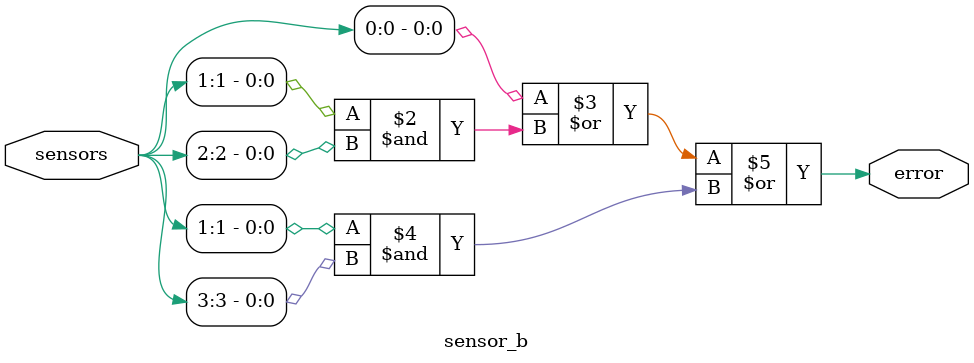
<source format=sv>

module sensor_b
(
	input wire [3:0] sensors, 
	output reg error
);

	always_comb begin
		error = sensors[0] | sensors[1] & sensors[2] | sensors[1] & sensors[3];
	end

endmodule
</source>
